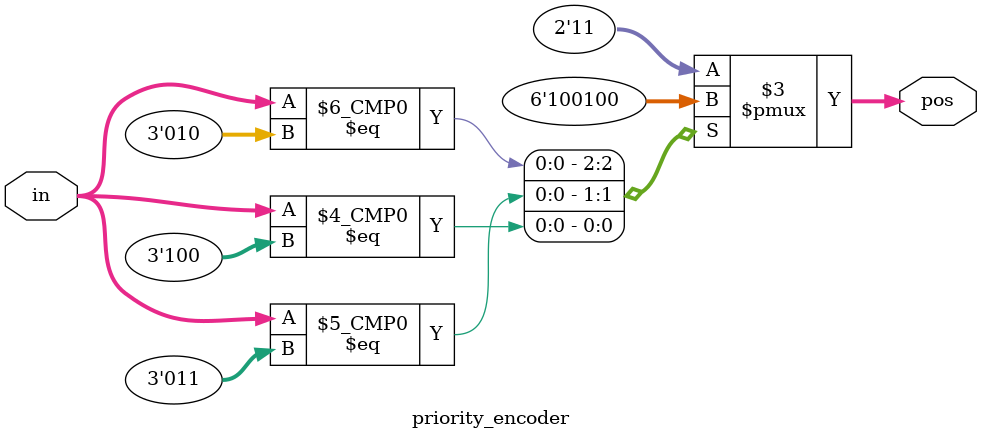
<source format=v>
module priority_encoder( 
input [2:0] in,
output reg [1:0] pos ); 
// When sel=1, assign b to out
always@( in )
	case( in )
		3'b001: 
			pos = 2'b11;
		3'b010:
			pos = 2'b10;
		3'b011:
			pos = 2'b01;
		3'b100:
			pos = 2'b00;
		default: 
			pos = 2'b11;
	endcase
endmodule

</source>
